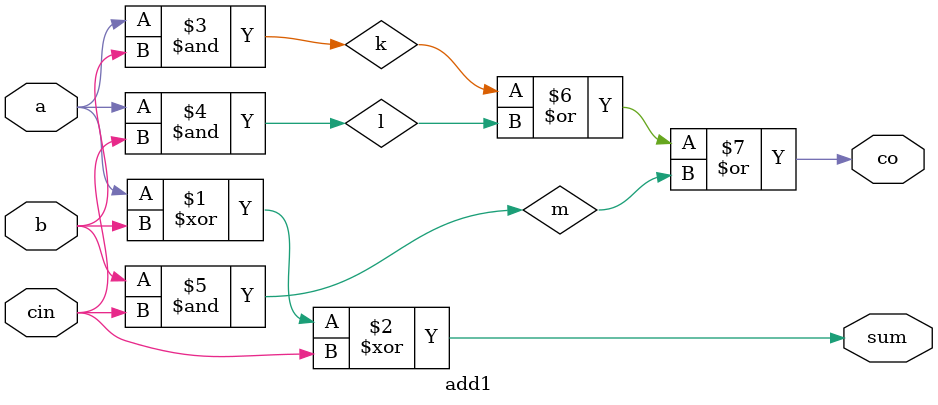
<source format=v>
`timescale 1ns / 1ps

module add1(
  input a,
  input b,
  input cin,
  output sum,
  output co);

  xor g1(sum,a,b,cin);
  and g2(k,a,b);
  and g3(l,a,cin);
  and g4(m,b,cin);
  or g5(co,k,l,m);

endmodule
</source>
